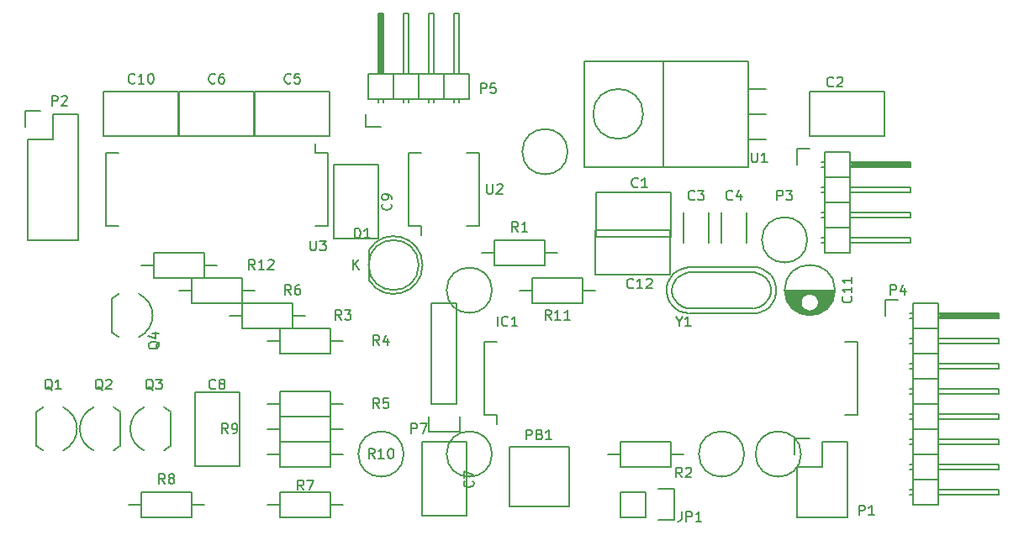
<source format=gbr>
G04 #@! TF.FileFunction,Legend,Top*
%FSLAX46Y46*%
G04 Gerber Fmt 4.6, Leading zero omitted, Abs format (unit mm)*
G04 Created by KiCad (PCBNEW 4.0.2-stable) date 04.05.2016 19:31:06*
%MOMM*%
G01*
G04 APERTURE LIST*
%ADD10C,0.100000*%
%ADD11C,0.150000*%
G04 APERTURE END LIST*
D10*
D11*
X151100000Y-51790000D02*
X151100000Y-53340000D01*
X152400000Y-51790000D02*
X151100000Y-51790000D01*
X156591000Y-53213000D02*
X162433000Y-53213000D01*
X162433000Y-53213000D02*
X162433000Y-53467000D01*
X162433000Y-53467000D02*
X156591000Y-53467000D01*
X156591000Y-53467000D02*
X156591000Y-53340000D01*
X156591000Y-53340000D02*
X162433000Y-53340000D01*
X153924000Y-70866000D02*
X153543000Y-70866000D01*
X153924000Y-71374000D02*
X153543000Y-71374000D01*
X153924000Y-53086000D02*
X153543000Y-53086000D01*
X153924000Y-53594000D02*
X153543000Y-53594000D01*
X153924000Y-55626000D02*
X153543000Y-55626000D01*
X153924000Y-56134000D02*
X153543000Y-56134000D01*
X153924000Y-58166000D02*
X153543000Y-58166000D01*
X153924000Y-58674000D02*
X153543000Y-58674000D01*
X153924000Y-68834000D02*
X153543000Y-68834000D01*
X153924000Y-68326000D02*
X153543000Y-68326000D01*
X153924000Y-66294000D02*
X153543000Y-66294000D01*
X153924000Y-65786000D02*
X153543000Y-65786000D01*
X153924000Y-63754000D02*
X153543000Y-63754000D01*
X153924000Y-63246000D02*
X153543000Y-63246000D01*
X153924000Y-61214000D02*
X153543000Y-61214000D01*
X153924000Y-60706000D02*
X153543000Y-60706000D01*
X153924000Y-67310000D02*
X156464000Y-67310000D01*
X153924000Y-67310000D02*
X153924000Y-69850000D01*
X153924000Y-69850000D02*
X156464000Y-69850000D01*
X156464000Y-68326000D02*
X162560000Y-68326000D01*
X162560000Y-68326000D02*
X162560000Y-68834000D01*
X162560000Y-68834000D02*
X156464000Y-68834000D01*
X156464000Y-69850000D02*
X156464000Y-67310000D01*
X156464000Y-72390000D02*
X156464000Y-69850000D01*
X162560000Y-71374000D02*
X156464000Y-71374000D01*
X162560000Y-70866000D02*
X162560000Y-71374000D01*
X156464000Y-70866000D02*
X162560000Y-70866000D01*
X153924000Y-69850000D02*
X153924000Y-72390000D01*
X153924000Y-69850000D02*
X156464000Y-69850000D01*
X153924000Y-72390000D02*
X156464000Y-72390000D01*
X153924000Y-52070000D02*
X156464000Y-52070000D01*
X153924000Y-54610000D02*
X156464000Y-54610000D01*
X153924000Y-54610000D02*
X153924000Y-57150000D01*
X153924000Y-57150000D02*
X156464000Y-57150000D01*
X156464000Y-55626000D02*
X162560000Y-55626000D01*
X162560000Y-55626000D02*
X162560000Y-56134000D01*
X162560000Y-56134000D02*
X156464000Y-56134000D01*
X156464000Y-57150000D02*
X156464000Y-54610000D01*
X156464000Y-54610000D02*
X156464000Y-52070000D01*
X162560000Y-53594000D02*
X156464000Y-53594000D01*
X162560000Y-53086000D02*
X162560000Y-53594000D01*
X156464000Y-53086000D02*
X162560000Y-53086000D01*
X153924000Y-54610000D02*
X156464000Y-54610000D01*
X153924000Y-52070000D02*
X153924000Y-54610000D01*
X153924000Y-62230000D02*
X156464000Y-62230000D01*
X153924000Y-62230000D02*
X153924000Y-64770000D01*
X153924000Y-64770000D02*
X156464000Y-64770000D01*
X156464000Y-63246000D02*
X162560000Y-63246000D01*
X162560000Y-63246000D02*
X162560000Y-63754000D01*
X162560000Y-63754000D02*
X156464000Y-63754000D01*
X156464000Y-64770000D02*
X156464000Y-62230000D01*
X156464000Y-67310000D02*
X156464000Y-64770000D01*
X162560000Y-66294000D02*
X156464000Y-66294000D01*
X162560000Y-65786000D02*
X162560000Y-66294000D01*
X156464000Y-65786000D02*
X162560000Y-65786000D01*
X153924000Y-67310000D02*
X156464000Y-67310000D01*
X153924000Y-64770000D02*
X153924000Y-67310000D01*
X153924000Y-64770000D02*
X156464000Y-64770000D01*
X153924000Y-59690000D02*
X156464000Y-59690000D01*
X153924000Y-59690000D02*
X153924000Y-62230000D01*
X153924000Y-62230000D02*
X156464000Y-62230000D01*
X156464000Y-60706000D02*
X162560000Y-60706000D01*
X162560000Y-60706000D02*
X162560000Y-61214000D01*
X162560000Y-61214000D02*
X156464000Y-61214000D01*
X156464000Y-62230000D02*
X156464000Y-59690000D01*
X156464000Y-59690000D02*
X156464000Y-57150000D01*
X162560000Y-58674000D02*
X156464000Y-58674000D01*
X162560000Y-58166000D02*
X162560000Y-58674000D01*
X156464000Y-58166000D02*
X162560000Y-58166000D01*
X153924000Y-59690000D02*
X156464000Y-59690000D01*
X153924000Y-57150000D02*
X153924000Y-59690000D01*
X153924000Y-57150000D02*
X156464000Y-57150000D01*
X81280000Y-49530000D02*
X86360000Y-49530000D01*
X86360000Y-49530000D02*
X86360000Y-52070000D01*
X86360000Y-52070000D02*
X81280000Y-52070000D01*
X81280000Y-52070000D02*
X81280000Y-49530000D01*
X81280000Y-50800000D02*
X80010000Y-50800000D01*
X86360000Y-50800000D02*
X87630000Y-50800000D01*
X111506000Y-50800000D02*
G75*
G03X111506000Y-50800000I-2286000J0D01*
G01*
X129540000Y-68580000D02*
X124460000Y-68580000D01*
X124460000Y-68580000D02*
X124460000Y-66040000D01*
X124460000Y-66040000D02*
X129540000Y-66040000D01*
X129540000Y-66040000D02*
X129540000Y-68580000D01*
X129540000Y-67310000D02*
X130810000Y-67310000D01*
X124460000Y-67310000D02*
X123190000Y-67310000D01*
X146009000Y-50855000D02*
X141011000Y-50855000D01*
X146001000Y-50995000D02*
X141019000Y-50995000D01*
X145985000Y-51135000D02*
X143605000Y-51135000D01*
X143415000Y-51135000D02*
X141035000Y-51135000D01*
X145961000Y-51275000D02*
X144000000Y-51275000D01*
X143020000Y-51275000D02*
X141059000Y-51275000D01*
X145928000Y-51415000D02*
X144167000Y-51415000D01*
X142853000Y-51415000D02*
X141092000Y-51415000D01*
X145887000Y-51555000D02*
X144274000Y-51555000D01*
X142746000Y-51555000D02*
X141133000Y-51555000D01*
X145837000Y-51695000D02*
X144345000Y-51695000D01*
X142675000Y-51695000D02*
X141183000Y-51695000D01*
X145776000Y-51835000D02*
X144389000Y-51835000D01*
X142631000Y-51835000D02*
X141244000Y-51835000D01*
X145706000Y-51975000D02*
X144408000Y-51975000D01*
X142612000Y-51975000D02*
X141314000Y-51975000D01*
X145624000Y-52115000D02*
X144406000Y-52115000D01*
X142614000Y-52115000D02*
X141396000Y-52115000D01*
X145529000Y-52255000D02*
X144381000Y-52255000D01*
X142639000Y-52255000D02*
X141491000Y-52255000D01*
X145418000Y-52395000D02*
X144333000Y-52395000D01*
X142687000Y-52395000D02*
X141602000Y-52395000D01*
X145290000Y-52535000D02*
X144255000Y-52535000D01*
X142765000Y-52535000D02*
X141730000Y-52535000D01*
X145141000Y-52675000D02*
X144138000Y-52675000D01*
X142882000Y-52675000D02*
X141879000Y-52675000D01*
X144962000Y-52815000D02*
X143950000Y-52815000D01*
X143070000Y-52815000D02*
X142058000Y-52815000D01*
X144743000Y-52955000D02*
X142277000Y-52955000D01*
X144454000Y-53095000D02*
X142566000Y-53095000D01*
X143982000Y-53235000D02*
X143038000Y-53235000D01*
X144410000Y-52030000D02*
G75*
G03X144410000Y-52030000I-900000J0D01*
G01*
X146047500Y-50780000D02*
G75*
G03X146047500Y-50780000I-2537500J0D01*
G01*
X99115112Y-49784904D02*
G75*
G03X99100000Y-46760000I2484888J1524904D01*
G01*
X99100000Y-49760000D02*
X99100000Y-46760000D01*
X104117936Y-48260000D02*
G75*
G03X104117936Y-48260000I-2517936J0D01*
G01*
X136906000Y-67310000D02*
G75*
G03X136906000Y-67310000I-2286000J0D01*
G01*
X143256000Y-45720000D02*
G75*
G03X143256000Y-45720000I-2286000J0D01*
G01*
X102616000Y-67310000D02*
G75*
G03X102616000Y-67310000I-2286000J0D01*
G01*
X142621000Y-67310000D02*
G75*
G03X142621000Y-67310000I-2286000J0D01*
G01*
X129921000Y-51800760D02*
X129720340Y-51399440D01*
X129720340Y-51399440D02*
X129618740Y-50800000D01*
X129618740Y-50800000D02*
X129720340Y-50299620D01*
X129720340Y-50299620D02*
X130119120Y-49601120D01*
X130119120Y-49601120D02*
X130721100Y-49199800D01*
X130721100Y-49199800D02*
X131320540Y-48999140D01*
X131320540Y-48999140D02*
X137919460Y-48999140D01*
X137919460Y-48999140D02*
X138620500Y-49199800D01*
X138620500Y-49199800D02*
X139019280Y-49499520D01*
X139019280Y-49499520D02*
X139420600Y-49999900D01*
X139420600Y-49999900D02*
X139621260Y-50599340D01*
X139621260Y-50599340D02*
X139621260Y-51099720D01*
X139621260Y-51099720D02*
X139420600Y-51600100D01*
X139420600Y-51600100D02*
X138920220Y-52199540D01*
X138920220Y-52199540D02*
X138419840Y-52499260D01*
X138419840Y-52499260D02*
X137919460Y-52600860D01*
X137820400Y-52600860D02*
X131218940Y-52600860D01*
X131218940Y-52600860D02*
X130820160Y-52499260D01*
X130820160Y-52499260D02*
X130319780Y-52199540D01*
X130319780Y-52199540D02*
X129819400Y-51699160D01*
X137810240Y-53129180D02*
X138269980Y-53080920D01*
X138269980Y-53080920D02*
X138668760Y-52969160D01*
X138668760Y-52969160D02*
X139100560Y-52750720D01*
X139100560Y-52750720D02*
X139390120Y-52519580D01*
X139390120Y-52519580D02*
X139720320Y-52169060D01*
X139720320Y-52169060D02*
X140009880Y-51630580D01*
X140009880Y-51630580D02*
X140139420Y-51031140D01*
X140139420Y-51031140D02*
X140139420Y-50520600D01*
X140139420Y-50520600D02*
X139969240Y-49819560D01*
X139969240Y-49819560D02*
X139570460Y-49230280D01*
X139570460Y-49230280D02*
X139110720Y-48859440D01*
X139110720Y-48859440D02*
X138689080Y-48651160D01*
X138689080Y-48651160D02*
X138239500Y-48491140D01*
X138239500Y-48491140D02*
X137800080Y-48460660D01*
X130459480Y-48679100D02*
X130081020Y-48900080D01*
X130081020Y-48900080D02*
X129760980Y-49179480D01*
X129760980Y-49179480D02*
X129509520Y-49509680D01*
X129509520Y-49509680D02*
X129209800Y-50060860D01*
X129209800Y-50060860D02*
X129100580Y-50530760D01*
X129100580Y-50530760D02*
X129080260Y-50990500D01*
X129080260Y-50990500D02*
X129169160Y-51450240D01*
X129169160Y-51450240D02*
X129359660Y-51899820D01*
X129359660Y-51899820D02*
X129720340Y-52369720D01*
X129720340Y-52369720D02*
X130070860Y-52689760D01*
X130070860Y-52689760D02*
X130459480Y-52920900D01*
X130459480Y-52920900D02*
X130888740Y-53060600D01*
X130888740Y-53060600D02*
X131330700Y-53129180D01*
X137820400Y-48470820D02*
X131368800Y-48470820D01*
X131368800Y-48470820D02*
X130949700Y-48508920D01*
X130949700Y-48508920D02*
X130459480Y-48679100D01*
X137820400Y-53129180D02*
X131368800Y-53129180D01*
X110735000Y-63365000D02*
X112005000Y-63365000D01*
X110735000Y-56015000D02*
X112005000Y-56015000D01*
X148345000Y-56015000D02*
X147075000Y-56015000D01*
X148345000Y-63365000D02*
X147075000Y-63365000D01*
X110735000Y-63365000D02*
X110735000Y-56015000D01*
X148345000Y-63365000D02*
X148345000Y-56015000D01*
X112005000Y-63365000D02*
X112005000Y-64300000D01*
X126720472Y-33020000D02*
G75*
G03X126720472Y-33020000I-2514472J0D01*
G01*
X137287000Y-35560000D02*
X139065000Y-35560000D01*
X137287000Y-33020000D02*
X139065000Y-33020000D01*
X137287000Y-30480000D02*
X139065000Y-30480000D01*
X128778000Y-27686000D02*
X120777000Y-27686000D01*
X120777000Y-27686000D02*
X120777000Y-38354000D01*
X120777000Y-38354000D02*
X128778000Y-38354000D01*
X137287000Y-27686000D02*
X128778000Y-27686000D01*
X128778000Y-27686000D02*
X128778000Y-38354000D01*
X128778000Y-38354000D02*
X137287000Y-38354000D01*
X137287000Y-33020000D02*
X137287000Y-38354000D01*
X137287000Y-33020000D02*
X137287000Y-27686000D01*
X134640000Y-45970000D02*
X134640000Y-42970000D01*
X137140000Y-42970000D02*
X137140000Y-45970000D01*
X129520000Y-45430000D02*
X122020000Y-45430000D01*
X122020000Y-45430000D02*
X122020000Y-40930000D01*
X122020000Y-40930000D02*
X129520000Y-40930000D01*
X129520000Y-40930000D02*
X129520000Y-45430000D01*
X143530000Y-30770000D02*
X151030000Y-30770000D01*
X151030000Y-30770000D02*
X151030000Y-35270000D01*
X151030000Y-35270000D02*
X143530000Y-35270000D01*
X143530000Y-35270000D02*
X143530000Y-30770000D01*
X130830000Y-45970000D02*
X130830000Y-42970000D01*
X133330000Y-42970000D02*
X133330000Y-45970000D01*
X87650000Y-30770000D02*
X95150000Y-30770000D01*
X95150000Y-30770000D02*
X95150000Y-35270000D01*
X95150000Y-35270000D02*
X87650000Y-35270000D01*
X87650000Y-35270000D02*
X87650000Y-30770000D01*
X80030000Y-30770000D02*
X87530000Y-30770000D01*
X87530000Y-30770000D02*
X87530000Y-35270000D01*
X87530000Y-35270000D02*
X80030000Y-35270000D01*
X80030000Y-35270000D02*
X80030000Y-30770000D01*
X108930000Y-66060000D02*
X108930000Y-73560000D01*
X108930000Y-73560000D02*
X104430000Y-73560000D01*
X104430000Y-73560000D02*
X104430000Y-66060000D01*
X104430000Y-66060000D02*
X108930000Y-66060000D01*
X81570000Y-68560000D02*
X81570000Y-61060000D01*
X81570000Y-61060000D02*
X86070000Y-61060000D01*
X86070000Y-61060000D02*
X86070000Y-68560000D01*
X86070000Y-68560000D02*
X81570000Y-68560000D01*
X100040000Y-38120000D02*
X100040000Y-45620000D01*
X100040000Y-45620000D02*
X95540000Y-45620000D01*
X95540000Y-45620000D02*
X95540000Y-38120000D01*
X95540000Y-38120000D02*
X100040000Y-38120000D01*
X72410000Y-30770000D02*
X79910000Y-30770000D01*
X79910000Y-30770000D02*
X79910000Y-35270000D01*
X79910000Y-35270000D02*
X72410000Y-35270000D01*
X72410000Y-35270000D02*
X72410000Y-30770000D01*
X111760000Y-45720000D02*
X116840000Y-45720000D01*
X116840000Y-45720000D02*
X116840000Y-48260000D01*
X116840000Y-48260000D02*
X111760000Y-48260000D01*
X111760000Y-48260000D02*
X111760000Y-45720000D01*
X111760000Y-46990000D02*
X110490000Y-46990000D01*
X116840000Y-46990000D02*
X118110000Y-46990000D01*
X86360000Y-52070000D02*
X91440000Y-52070000D01*
X91440000Y-52070000D02*
X91440000Y-54610000D01*
X91440000Y-54610000D02*
X86360000Y-54610000D01*
X86360000Y-54610000D02*
X86360000Y-52070000D01*
X86360000Y-53340000D02*
X85090000Y-53340000D01*
X91440000Y-53340000D02*
X92710000Y-53340000D01*
X90170000Y-54610000D02*
X95250000Y-54610000D01*
X95250000Y-54610000D02*
X95250000Y-57150000D01*
X95250000Y-57150000D02*
X90170000Y-57150000D01*
X90170000Y-57150000D02*
X90170000Y-54610000D01*
X90170000Y-55880000D02*
X88900000Y-55880000D01*
X95250000Y-55880000D02*
X96520000Y-55880000D01*
X95250000Y-63500000D02*
X90170000Y-63500000D01*
X90170000Y-63500000D02*
X90170000Y-60960000D01*
X90170000Y-60960000D02*
X95250000Y-60960000D01*
X95250000Y-60960000D02*
X95250000Y-63500000D01*
X95250000Y-62230000D02*
X96520000Y-62230000D01*
X90170000Y-62230000D02*
X88900000Y-62230000D01*
X90170000Y-71120000D02*
X95250000Y-71120000D01*
X95250000Y-71120000D02*
X95250000Y-73660000D01*
X95250000Y-73660000D02*
X90170000Y-73660000D01*
X90170000Y-73660000D02*
X90170000Y-71120000D01*
X90170000Y-72390000D02*
X88900000Y-72390000D01*
X95250000Y-72390000D02*
X96520000Y-72390000D01*
X76200000Y-71120000D02*
X81280000Y-71120000D01*
X81280000Y-71120000D02*
X81280000Y-73660000D01*
X81280000Y-73660000D02*
X76200000Y-73660000D01*
X76200000Y-73660000D02*
X76200000Y-71120000D01*
X76200000Y-72390000D02*
X74930000Y-72390000D01*
X81280000Y-72390000D02*
X82550000Y-72390000D01*
X90170000Y-63500000D02*
X95250000Y-63500000D01*
X95250000Y-63500000D02*
X95250000Y-66040000D01*
X95250000Y-66040000D02*
X90170000Y-66040000D01*
X90170000Y-66040000D02*
X90170000Y-63500000D01*
X90170000Y-64770000D02*
X88900000Y-64770000D01*
X95250000Y-64770000D02*
X96520000Y-64770000D01*
X95250000Y-68580000D02*
X90170000Y-68580000D01*
X90170000Y-68580000D02*
X90170000Y-66040000D01*
X90170000Y-66040000D02*
X95250000Y-66040000D01*
X95250000Y-66040000D02*
X95250000Y-68580000D01*
X95250000Y-67310000D02*
X96520000Y-67310000D01*
X90170000Y-67310000D02*
X88900000Y-67310000D01*
X103115000Y-44315000D02*
X104385000Y-44315000D01*
X103115000Y-36965000D02*
X104385000Y-36965000D01*
X110245000Y-36965000D02*
X108975000Y-36965000D01*
X110245000Y-44315000D02*
X108975000Y-44315000D01*
X103115000Y-44315000D02*
X103115000Y-36965000D01*
X110245000Y-44315000D02*
X110245000Y-36965000D01*
X104385000Y-44315000D02*
X104385000Y-45250000D01*
X95005000Y-36965000D02*
X93735000Y-36965000D01*
X95005000Y-44315000D02*
X93735000Y-44315000D01*
X72635000Y-44315000D02*
X73905000Y-44315000D01*
X72635000Y-36965000D02*
X73905000Y-36965000D01*
X95005000Y-36965000D02*
X95005000Y-44315000D01*
X72635000Y-36965000D02*
X72635000Y-44315000D01*
X93735000Y-36965000D02*
X93735000Y-36030000D01*
X115570000Y-49530000D02*
X120650000Y-49530000D01*
X120650000Y-49530000D02*
X120650000Y-52070000D01*
X120650000Y-52070000D02*
X115570000Y-52070000D01*
X115570000Y-52070000D02*
X115570000Y-49530000D01*
X115570000Y-50800000D02*
X114300000Y-50800000D01*
X120650000Y-50800000D02*
X121920000Y-50800000D01*
X119126000Y-36830000D02*
G75*
G03X119126000Y-36830000I-2286000J0D01*
G01*
X111506000Y-67310000D02*
G75*
G03X111506000Y-67310000I-2286000J0D01*
G01*
X142210000Y-36550000D02*
X142210000Y-38100000D01*
X143510000Y-36550000D02*
X142210000Y-36550000D01*
X147701000Y-37973000D02*
X153543000Y-37973000D01*
X153543000Y-37973000D02*
X153543000Y-38227000D01*
X153543000Y-38227000D02*
X147701000Y-38227000D01*
X147701000Y-38227000D02*
X147701000Y-38100000D01*
X147701000Y-38100000D02*
X153543000Y-38100000D01*
X145034000Y-37846000D02*
X144653000Y-37846000D01*
X145034000Y-38354000D02*
X144653000Y-38354000D01*
X145034000Y-40386000D02*
X144653000Y-40386000D01*
X145034000Y-40894000D02*
X144653000Y-40894000D01*
X145034000Y-42926000D02*
X144653000Y-42926000D01*
X145034000Y-43434000D02*
X144653000Y-43434000D01*
X145034000Y-45974000D02*
X144653000Y-45974000D01*
X145034000Y-45466000D02*
X144653000Y-45466000D01*
X145034000Y-36830000D02*
X147574000Y-36830000D01*
X145034000Y-39370000D02*
X147574000Y-39370000D01*
X145034000Y-39370000D02*
X145034000Y-41910000D01*
X145034000Y-41910000D02*
X147574000Y-41910000D01*
X147574000Y-40386000D02*
X153670000Y-40386000D01*
X153670000Y-40386000D02*
X153670000Y-40894000D01*
X153670000Y-40894000D02*
X147574000Y-40894000D01*
X147574000Y-41910000D02*
X147574000Y-39370000D01*
X147574000Y-39370000D02*
X147574000Y-36830000D01*
X153670000Y-38354000D02*
X147574000Y-38354000D01*
X153670000Y-37846000D02*
X153670000Y-38354000D01*
X147574000Y-37846000D02*
X153670000Y-37846000D01*
X145034000Y-39370000D02*
X147574000Y-39370000D01*
X145034000Y-36830000D02*
X145034000Y-39370000D01*
X145034000Y-44450000D02*
X147574000Y-44450000D01*
X145034000Y-44450000D02*
X145034000Y-46990000D01*
X145034000Y-46990000D02*
X147574000Y-46990000D01*
X147574000Y-45466000D02*
X153670000Y-45466000D01*
X153670000Y-45466000D02*
X153670000Y-45974000D01*
X153670000Y-45974000D02*
X147574000Y-45974000D01*
X147574000Y-46990000D02*
X147574000Y-44450000D01*
X147574000Y-44450000D02*
X147574000Y-41910000D01*
X153670000Y-43434000D02*
X147574000Y-43434000D01*
X153670000Y-42926000D02*
X153670000Y-43434000D01*
X147574000Y-42926000D02*
X153670000Y-42926000D01*
X145034000Y-44450000D02*
X147574000Y-44450000D01*
X145034000Y-41910000D02*
X145034000Y-44450000D01*
X145034000Y-41910000D02*
X147574000Y-41910000D01*
X142240000Y-68580000D02*
X142240000Y-73660000D01*
X141960000Y-65760000D02*
X143510000Y-65760000D01*
X144780000Y-66040000D02*
X144780000Y-68580000D01*
X144780000Y-68580000D02*
X142240000Y-68580000D01*
X142240000Y-73660000D02*
X147320000Y-73660000D01*
X147320000Y-73660000D02*
X147320000Y-68580000D01*
X141960000Y-65760000D02*
X141960000Y-67310000D01*
X147320000Y-66040000D02*
X144780000Y-66040000D01*
X147320000Y-68580000D02*
X147320000Y-66040000D01*
X127000000Y-73660000D02*
X124460000Y-73660000D01*
X129820000Y-73940000D02*
X128270000Y-73940000D01*
X127000000Y-73660000D02*
X127000000Y-71120000D01*
X128270000Y-70840000D02*
X129820000Y-70840000D01*
X129820000Y-70840000D02*
X129820000Y-73940000D01*
X127000000Y-71120000D02*
X124460000Y-71120000D01*
X124460000Y-71120000D02*
X124460000Y-73660000D01*
X108230000Y-63500000D02*
X108230000Y-65050000D01*
X108230000Y-65050000D02*
X105130000Y-65050000D01*
X105130000Y-65050000D02*
X105130000Y-63500000D01*
X105410000Y-62230000D02*
X105410000Y-52070000D01*
X105410000Y-52070000D02*
X107950000Y-52070000D01*
X107950000Y-52070000D02*
X107950000Y-62230000D01*
X105410000Y-62230000D02*
X107950000Y-62230000D01*
X69850000Y-33020000D02*
X69850000Y-45720000D01*
X69850000Y-45720000D02*
X64770000Y-45720000D01*
X64770000Y-45720000D02*
X64770000Y-35560000D01*
X69850000Y-33020000D02*
X67310000Y-33020000D01*
X66040000Y-32740000D02*
X64490000Y-32740000D01*
X67310000Y-33020000D02*
X67310000Y-35560000D01*
X67310000Y-35560000D02*
X64770000Y-35560000D01*
X64490000Y-32740000D02*
X64490000Y-34290000D01*
X113280000Y-66560000D02*
X119280000Y-66560000D01*
X119280000Y-66560000D02*
X119280000Y-72560000D01*
X119280000Y-72560000D02*
X113280000Y-72560000D01*
X113280000Y-72560000D02*
X113280000Y-66560000D01*
X66313010Y-62582305D02*
G75*
G03X65610000Y-63070000I996990J-2187695D01*
G01*
X66313010Y-66957695D02*
G75*
G02X65610000Y-66470000I996990J2187695D01*
G01*
X65610000Y-63070000D02*
X65610000Y-66470000D01*
X68303127Y-62585121D02*
G75*
G02X69710000Y-64770000I-993127J-2184879D01*
G01*
X68303127Y-66954879D02*
G75*
G03X69710000Y-64770000I-993127J2184879D01*
G01*
X73386990Y-66957695D02*
G75*
G03X74090000Y-66470000I-996990J2187695D01*
G01*
X73386990Y-62582305D02*
G75*
G02X74090000Y-63070000I-996990J-2187695D01*
G01*
X74090000Y-66470000D02*
X74090000Y-63070000D01*
X71396873Y-66954879D02*
G75*
G02X69990000Y-64770000I993127J2184879D01*
G01*
X71396873Y-62585121D02*
G75*
G03X69990000Y-64770000I993127J-2184879D01*
G01*
X78466990Y-66957695D02*
G75*
G03X79170000Y-66470000I-996990J2187695D01*
G01*
X78466990Y-62582305D02*
G75*
G02X79170000Y-63070000I-996990J-2187695D01*
G01*
X79170000Y-66470000D02*
X79170000Y-63070000D01*
X76476873Y-66954879D02*
G75*
G02X75070000Y-64770000I993127J2184879D01*
G01*
X76476873Y-62585121D02*
G75*
G03X75070000Y-64770000I993127J-2184879D01*
G01*
X98780000Y-34320000D02*
X100330000Y-34320000D01*
X98780000Y-33020000D02*
X98780000Y-34320000D01*
X100203000Y-28829000D02*
X100203000Y-22987000D01*
X100203000Y-22987000D02*
X100457000Y-22987000D01*
X100457000Y-22987000D02*
X100457000Y-28829000D01*
X100457000Y-28829000D02*
X100330000Y-28829000D01*
X100330000Y-28829000D02*
X100330000Y-22987000D01*
X100076000Y-31496000D02*
X100076000Y-31877000D01*
X100584000Y-31496000D02*
X100584000Y-31877000D01*
X102616000Y-31496000D02*
X102616000Y-31877000D01*
X103124000Y-31496000D02*
X103124000Y-31877000D01*
X105156000Y-31496000D02*
X105156000Y-31877000D01*
X105664000Y-31496000D02*
X105664000Y-31877000D01*
X108204000Y-31496000D02*
X108204000Y-31877000D01*
X107696000Y-31496000D02*
X107696000Y-31877000D01*
X99060000Y-31496000D02*
X99060000Y-28956000D01*
X101600000Y-31496000D02*
X101600000Y-28956000D01*
X101600000Y-31496000D02*
X104140000Y-31496000D01*
X104140000Y-31496000D02*
X104140000Y-28956000D01*
X102616000Y-28956000D02*
X102616000Y-22860000D01*
X102616000Y-22860000D02*
X103124000Y-22860000D01*
X103124000Y-22860000D02*
X103124000Y-28956000D01*
X104140000Y-28956000D02*
X101600000Y-28956000D01*
X101600000Y-28956000D02*
X99060000Y-28956000D01*
X100584000Y-22860000D02*
X100584000Y-28956000D01*
X100076000Y-22860000D02*
X100584000Y-22860000D01*
X100076000Y-28956000D02*
X100076000Y-22860000D01*
X101600000Y-31496000D02*
X101600000Y-28956000D01*
X99060000Y-31496000D02*
X101600000Y-31496000D01*
X106680000Y-31496000D02*
X106680000Y-28956000D01*
X106680000Y-31496000D02*
X109220000Y-31496000D01*
X109220000Y-31496000D02*
X109220000Y-28956000D01*
X107696000Y-28956000D02*
X107696000Y-22860000D01*
X107696000Y-22860000D02*
X108204000Y-22860000D01*
X108204000Y-22860000D02*
X108204000Y-28956000D01*
X109220000Y-28956000D02*
X106680000Y-28956000D01*
X106680000Y-28956000D02*
X104140000Y-28956000D01*
X105664000Y-22860000D02*
X105664000Y-28956000D01*
X105156000Y-22860000D02*
X105664000Y-22860000D01*
X105156000Y-28956000D02*
X105156000Y-22860000D01*
X106680000Y-31496000D02*
X106680000Y-28956000D01*
X104140000Y-31496000D02*
X106680000Y-31496000D01*
X104140000Y-31496000D02*
X104140000Y-28956000D01*
X73933010Y-51152305D02*
G75*
G03X73230000Y-51640000I996990J-2187695D01*
G01*
X73933010Y-55527695D02*
G75*
G02X73230000Y-55040000I996990J2187695D01*
G01*
X73230000Y-51640000D02*
X73230000Y-55040000D01*
X75923127Y-51155121D02*
G75*
G02X77330000Y-53340000I-993127J-2184879D01*
G01*
X75923127Y-55524879D02*
G75*
G03X77330000Y-53340000I-993127J2184879D01*
G01*
X77470000Y-46990000D02*
X82550000Y-46990000D01*
X82550000Y-46990000D02*
X82550000Y-49530000D01*
X82550000Y-49530000D02*
X77470000Y-49530000D01*
X77470000Y-49530000D02*
X77470000Y-46990000D01*
X77470000Y-48260000D02*
X76200000Y-48260000D01*
X82550000Y-48260000D02*
X83820000Y-48260000D01*
X121940000Y-44740000D02*
X129440000Y-44740000D01*
X129440000Y-44740000D02*
X129440000Y-49240000D01*
X129440000Y-49240000D02*
X121940000Y-49240000D01*
X121940000Y-49240000D02*
X121940000Y-44740000D01*
X151661905Y-51252381D02*
X151661905Y-50252381D01*
X152042858Y-50252381D01*
X152138096Y-50300000D01*
X152185715Y-50347619D01*
X152233334Y-50442857D01*
X152233334Y-50585714D01*
X152185715Y-50680952D01*
X152138096Y-50728571D01*
X152042858Y-50776190D01*
X151661905Y-50776190D01*
X153090477Y-50585714D02*
X153090477Y-51252381D01*
X152852381Y-50204762D02*
X152614286Y-50919048D01*
X153233334Y-50919048D01*
X91273334Y-51252381D02*
X90940000Y-50776190D01*
X90701905Y-51252381D02*
X90701905Y-50252381D01*
X91082858Y-50252381D01*
X91178096Y-50300000D01*
X91225715Y-50347619D01*
X91273334Y-50442857D01*
X91273334Y-50585714D01*
X91225715Y-50680952D01*
X91178096Y-50728571D01*
X91082858Y-50776190D01*
X90701905Y-50776190D01*
X92130477Y-50252381D02*
X91940000Y-50252381D01*
X91844762Y-50300000D01*
X91797143Y-50347619D01*
X91701905Y-50490476D01*
X91654286Y-50680952D01*
X91654286Y-51061905D01*
X91701905Y-51157143D01*
X91749524Y-51204762D01*
X91844762Y-51252381D01*
X92035239Y-51252381D01*
X92130477Y-51204762D01*
X92178096Y-51157143D01*
X92225715Y-51061905D01*
X92225715Y-50823810D01*
X92178096Y-50728571D01*
X92130477Y-50680952D01*
X92035239Y-50633333D01*
X91844762Y-50633333D01*
X91749524Y-50680952D01*
X91701905Y-50728571D01*
X91654286Y-50823810D01*
X130643334Y-69667381D02*
X130310000Y-69191190D01*
X130071905Y-69667381D02*
X130071905Y-68667381D01*
X130452858Y-68667381D01*
X130548096Y-68715000D01*
X130595715Y-68762619D01*
X130643334Y-68857857D01*
X130643334Y-69000714D01*
X130595715Y-69095952D01*
X130548096Y-69143571D01*
X130452858Y-69191190D01*
X130071905Y-69191190D01*
X131024286Y-68762619D02*
X131071905Y-68715000D01*
X131167143Y-68667381D01*
X131405239Y-68667381D01*
X131500477Y-68715000D01*
X131548096Y-68762619D01*
X131595715Y-68857857D01*
X131595715Y-68953095D01*
X131548096Y-69095952D01*
X130976667Y-69667381D01*
X131595715Y-69667381D01*
X147667143Y-51422857D02*
X147714762Y-51470476D01*
X147762381Y-51613333D01*
X147762381Y-51708571D01*
X147714762Y-51851429D01*
X147619524Y-51946667D01*
X147524286Y-51994286D01*
X147333810Y-52041905D01*
X147190952Y-52041905D01*
X147000476Y-51994286D01*
X146905238Y-51946667D01*
X146810000Y-51851429D01*
X146762381Y-51708571D01*
X146762381Y-51613333D01*
X146810000Y-51470476D01*
X146857619Y-51422857D01*
X147762381Y-50470476D02*
X147762381Y-51041905D01*
X147762381Y-50756191D02*
X146762381Y-50756191D01*
X146905238Y-50851429D01*
X147000476Y-50946667D01*
X147048095Y-51041905D01*
X147762381Y-49518095D02*
X147762381Y-50089524D01*
X147762381Y-49803810D02*
X146762381Y-49803810D01*
X146905238Y-49899048D01*
X147000476Y-49994286D01*
X147048095Y-50089524D01*
X97686905Y-45537381D02*
X97686905Y-44537381D01*
X97925000Y-44537381D01*
X98067858Y-44585000D01*
X98163096Y-44680238D01*
X98210715Y-44775476D01*
X98258334Y-44965952D01*
X98258334Y-45108810D01*
X98210715Y-45299286D01*
X98163096Y-45394524D01*
X98067858Y-45489762D01*
X97925000Y-45537381D01*
X97686905Y-45537381D01*
X99210715Y-45537381D02*
X98639286Y-45537381D01*
X98925000Y-45537381D02*
X98925000Y-44537381D01*
X98829762Y-44680238D01*
X98734524Y-44775476D01*
X98639286Y-44823095D01*
X97528095Y-48712381D02*
X97528095Y-47712381D01*
X98099524Y-48712381D02*
X97670952Y-48140952D01*
X98099524Y-47712381D02*
X97528095Y-48283810D01*
X130333809Y-53951190D02*
X130333809Y-54427381D01*
X130000476Y-53427381D02*
X130333809Y-53951190D01*
X130667143Y-53427381D01*
X131524286Y-54427381D02*
X130952857Y-54427381D01*
X131238571Y-54427381D02*
X131238571Y-53427381D01*
X131143333Y-53570238D01*
X131048095Y-53665476D01*
X130952857Y-53713095D01*
X112053810Y-54427381D02*
X112053810Y-53427381D01*
X113101429Y-54332143D02*
X113053810Y-54379762D01*
X112910953Y-54427381D01*
X112815715Y-54427381D01*
X112672857Y-54379762D01*
X112577619Y-54284524D01*
X112530000Y-54189286D01*
X112482381Y-53998810D01*
X112482381Y-53855952D01*
X112530000Y-53665476D01*
X112577619Y-53570238D01*
X112672857Y-53475000D01*
X112815715Y-53427381D01*
X112910953Y-53427381D01*
X113053810Y-53475000D01*
X113101429Y-53522619D01*
X114053810Y-54427381D02*
X113482381Y-54427381D01*
X113768095Y-54427381D02*
X113768095Y-53427381D01*
X113672857Y-53570238D01*
X113577619Y-53665476D01*
X113482381Y-53713095D01*
X137668095Y-36917381D02*
X137668095Y-37726905D01*
X137715714Y-37822143D01*
X137763333Y-37869762D01*
X137858571Y-37917381D01*
X138049048Y-37917381D01*
X138144286Y-37869762D01*
X138191905Y-37822143D01*
X138239524Y-37726905D01*
X138239524Y-36917381D01*
X139239524Y-37917381D02*
X138668095Y-37917381D01*
X138953809Y-37917381D02*
X138953809Y-36917381D01*
X138858571Y-37060238D01*
X138763333Y-37155476D01*
X138668095Y-37203095D01*
X135723334Y-41632143D02*
X135675715Y-41679762D01*
X135532858Y-41727381D01*
X135437620Y-41727381D01*
X135294762Y-41679762D01*
X135199524Y-41584524D01*
X135151905Y-41489286D01*
X135104286Y-41298810D01*
X135104286Y-41155952D01*
X135151905Y-40965476D01*
X135199524Y-40870238D01*
X135294762Y-40775000D01*
X135437620Y-40727381D01*
X135532858Y-40727381D01*
X135675715Y-40775000D01*
X135723334Y-40822619D01*
X136580477Y-41060714D02*
X136580477Y-41727381D01*
X136342381Y-40679762D02*
X136104286Y-41394048D01*
X136723334Y-41394048D01*
X126198334Y-40362143D02*
X126150715Y-40409762D01*
X126007858Y-40457381D01*
X125912620Y-40457381D01*
X125769762Y-40409762D01*
X125674524Y-40314524D01*
X125626905Y-40219286D01*
X125579286Y-40028810D01*
X125579286Y-39885952D01*
X125626905Y-39695476D01*
X125674524Y-39600238D01*
X125769762Y-39505000D01*
X125912620Y-39457381D01*
X126007858Y-39457381D01*
X126150715Y-39505000D01*
X126198334Y-39552619D01*
X127150715Y-40457381D02*
X126579286Y-40457381D01*
X126865000Y-40457381D02*
X126865000Y-39457381D01*
X126769762Y-39600238D01*
X126674524Y-39695476D01*
X126579286Y-39743095D01*
X145883334Y-30202143D02*
X145835715Y-30249762D01*
X145692858Y-30297381D01*
X145597620Y-30297381D01*
X145454762Y-30249762D01*
X145359524Y-30154524D01*
X145311905Y-30059286D01*
X145264286Y-29868810D01*
X145264286Y-29725952D01*
X145311905Y-29535476D01*
X145359524Y-29440238D01*
X145454762Y-29345000D01*
X145597620Y-29297381D01*
X145692858Y-29297381D01*
X145835715Y-29345000D01*
X145883334Y-29392619D01*
X146264286Y-29392619D02*
X146311905Y-29345000D01*
X146407143Y-29297381D01*
X146645239Y-29297381D01*
X146740477Y-29345000D01*
X146788096Y-29392619D01*
X146835715Y-29487857D01*
X146835715Y-29583095D01*
X146788096Y-29725952D01*
X146216667Y-30297381D01*
X146835715Y-30297381D01*
X131913334Y-41632143D02*
X131865715Y-41679762D01*
X131722858Y-41727381D01*
X131627620Y-41727381D01*
X131484762Y-41679762D01*
X131389524Y-41584524D01*
X131341905Y-41489286D01*
X131294286Y-41298810D01*
X131294286Y-41155952D01*
X131341905Y-40965476D01*
X131389524Y-40870238D01*
X131484762Y-40775000D01*
X131627620Y-40727381D01*
X131722858Y-40727381D01*
X131865715Y-40775000D01*
X131913334Y-40822619D01*
X132246667Y-40727381D02*
X132865715Y-40727381D01*
X132532381Y-41108333D01*
X132675239Y-41108333D01*
X132770477Y-41155952D01*
X132818096Y-41203571D01*
X132865715Y-41298810D01*
X132865715Y-41536905D01*
X132818096Y-41632143D01*
X132770477Y-41679762D01*
X132675239Y-41727381D01*
X132389524Y-41727381D01*
X132294286Y-41679762D01*
X132246667Y-41632143D01*
X91233334Y-29877143D02*
X91185715Y-29924762D01*
X91042858Y-29972381D01*
X90947620Y-29972381D01*
X90804762Y-29924762D01*
X90709524Y-29829524D01*
X90661905Y-29734286D01*
X90614286Y-29543810D01*
X90614286Y-29400952D01*
X90661905Y-29210476D01*
X90709524Y-29115238D01*
X90804762Y-29020000D01*
X90947620Y-28972381D01*
X91042858Y-28972381D01*
X91185715Y-29020000D01*
X91233334Y-29067619D01*
X92138096Y-28972381D02*
X91661905Y-28972381D01*
X91614286Y-29448571D01*
X91661905Y-29400952D01*
X91757143Y-29353333D01*
X91995239Y-29353333D01*
X92090477Y-29400952D01*
X92138096Y-29448571D01*
X92185715Y-29543810D01*
X92185715Y-29781905D01*
X92138096Y-29877143D01*
X92090477Y-29924762D01*
X91995239Y-29972381D01*
X91757143Y-29972381D01*
X91661905Y-29924762D01*
X91614286Y-29877143D01*
X83613334Y-29877143D02*
X83565715Y-29924762D01*
X83422858Y-29972381D01*
X83327620Y-29972381D01*
X83184762Y-29924762D01*
X83089524Y-29829524D01*
X83041905Y-29734286D01*
X82994286Y-29543810D01*
X82994286Y-29400952D01*
X83041905Y-29210476D01*
X83089524Y-29115238D01*
X83184762Y-29020000D01*
X83327620Y-28972381D01*
X83422858Y-28972381D01*
X83565715Y-29020000D01*
X83613334Y-29067619D01*
X84470477Y-28972381D02*
X84280000Y-28972381D01*
X84184762Y-29020000D01*
X84137143Y-29067619D01*
X84041905Y-29210476D01*
X83994286Y-29400952D01*
X83994286Y-29781905D01*
X84041905Y-29877143D01*
X84089524Y-29924762D01*
X84184762Y-29972381D01*
X84375239Y-29972381D01*
X84470477Y-29924762D01*
X84518096Y-29877143D01*
X84565715Y-29781905D01*
X84565715Y-29543810D01*
X84518096Y-29448571D01*
X84470477Y-29400952D01*
X84375239Y-29353333D01*
X84184762Y-29353333D01*
X84089524Y-29400952D01*
X84041905Y-29448571D01*
X83994286Y-29543810D01*
X109577143Y-70016666D02*
X109624762Y-70064285D01*
X109672381Y-70207142D01*
X109672381Y-70302380D01*
X109624762Y-70445238D01*
X109529524Y-70540476D01*
X109434286Y-70588095D01*
X109243810Y-70635714D01*
X109100952Y-70635714D01*
X108910476Y-70588095D01*
X108815238Y-70540476D01*
X108720000Y-70445238D01*
X108672381Y-70302380D01*
X108672381Y-70207142D01*
X108720000Y-70064285D01*
X108767619Y-70016666D01*
X108672381Y-69683333D02*
X108672381Y-69016666D01*
X109672381Y-69445238D01*
X83653334Y-60682143D02*
X83605715Y-60729762D01*
X83462858Y-60777381D01*
X83367620Y-60777381D01*
X83224762Y-60729762D01*
X83129524Y-60634524D01*
X83081905Y-60539286D01*
X83034286Y-60348810D01*
X83034286Y-60205952D01*
X83081905Y-60015476D01*
X83129524Y-59920238D01*
X83224762Y-59825000D01*
X83367620Y-59777381D01*
X83462858Y-59777381D01*
X83605715Y-59825000D01*
X83653334Y-59872619D01*
X84224762Y-60205952D02*
X84129524Y-60158333D01*
X84081905Y-60110714D01*
X84034286Y-60015476D01*
X84034286Y-59967857D01*
X84081905Y-59872619D01*
X84129524Y-59825000D01*
X84224762Y-59777381D01*
X84415239Y-59777381D01*
X84510477Y-59825000D01*
X84558096Y-59872619D01*
X84605715Y-59967857D01*
X84605715Y-60015476D01*
X84558096Y-60110714D01*
X84510477Y-60158333D01*
X84415239Y-60205952D01*
X84224762Y-60205952D01*
X84129524Y-60253571D01*
X84081905Y-60301190D01*
X84034286Y-60396429D01*
X84034286Y-60586905D01*
X84081905Y-60682143D01*
X84129524Y-60729762D01*
X84224762Y-60777381D01*
X84415239Y-60777381D01*
X84510477Y-60729762D01*
X84558096Y-60682143D01*
X84605715Y-60586905D01*
X84605715Y-60396429D01*
X84558096Y-60301190D01*
X84510477Y-60253571D01*
X84415239Y-60205952D01*
X101322143Y-42076666D02*
X101369762Y-42124285D01*
X101417381Y-42267142D01*
X101417381Y-42362380D01*
X101369762Y-42505238D01*
X101274524Y-42600476D01*
X101179286Y-42648095D01*
X100988810Y-42695714D01*
X100845952Y-42695714D01*
X100655476Y-42648095D01*
X100560238Y-42600476D01*
X100465000Y-42505238D01*
X100417381Y-42362380D01*
X100417381Y-42267142D01*
X100465000Y-42124285D01*
X100512619Y-42076666D01*
X101417381Y-41600476D02*
X101417381Y-41410000D01*
X101369762Y-41314761D01*
X101322143Y-41267142D01*
X101179286Y-41171904D01*
X100988810Y-41124285D01*
X100607857Y-41124285D01*
X100512619Y-41171904D01*
X100465000Y-41219523D01*
X100417381Y-41314761D01*
X100417381Y-41505238D01*
X100465000Y-41600476D01*
X100512619Y-41648095D01*
X100607857Y-41695714D01*
X100845952Y-41695714D01*
X100941190Y-41648095D01*
X100988810Y-41600476D01*
X101036429Y-41505238D01*
X101036429Y-41314761D01*
X100988810Y-41219523D01*
X100941190Y-41171904D01*
X100845952Y-41124285D01*
X75517143Y-29877143D02*
X75469524Y-29924762D01*
X75326667Y-29972381D01*
X75231429Y-29972381D01*
X75088571Y-29924762D01*
X74993333Y-29829524D01*
X74945714Y-29734286D01*
X74898095Y-29543810D01*
X74898095Y-29400952D01*
X74945714Y-29210476D01*
X74993333Y-29115238D01*
X75088571Y-29020000D01*
X75231429Y-28972381D01*
X75326667Y-28972381D01*
X75469524Y-29020000D01*
X75517143Y-29067619D01*
X76469524Y-29972381D02*
X75898095Y-29972381D01*
X76183809Y-29972381D02*
X76183809Y-28972381D01*
X76088571Y-29115238D01*
X75993333Y-29210476D01*
X75898095Y-29258095D01*
X77088571Y-28972381D02*
X77183810Y-28972381D01*
X77279048Y-29020000D01*
X77326667Y-29067619D01*
X77374286Y-29162857D01*
X77421905Y-29353333D01*
X77421905Y-29591429D01*
X77374286Y-29781905D01*
X77326667Y-29877143D01*
X77279048Y-29924762D01*
X77183810Y-29972381D01*
X77088571Y-29972381D01*
X76993333Y-29924762D01*
X76945714Y-29877143D01*
X76898095Y-29781905D01*
X76850476Y-29591429D01*
X76850476Y-29353333D01*
X76898095Y-29162857D01*
X76945714Y-29067619D01*
X76993333Y-29020000D01*
X77088571Y-28972381D01*
X114133334Y-44902381D02*
X113800000Y-44426190D01*
X113561905Y-44902381D02*
X113561905Y-43902381D01*
X113942858Y-43902381D01*
X114038096Y-43950000D01*
X114085715Y-43997619D01*
X114133334Y-44092857D01*
X114133334Y-44235714D01*
X114085715Y-44330952D01*
X114038096Y-44378571D01*
X113942858Y-44426190D01*
X113561905Y-44426190D01*
X115085715Y-44902381D02*
X114514286Y-44902381D01*
X114800000Y-44902381D02*
X114800000Y-43902381D01*
X114704762Y-44045238D01*
X114609524Y-44140476D01*
X114514286Y-44188095D01*
X96353334Y-53792381D02*
X96020000Y-53316190D01*
X95781905Y-53792381D02*
X95781905Y-52792381D01*
X96162858Y-52792381D01*
X96258096Y-52840000D01*
X96305715Y-52887619D01*
X96353334Y-52982857D01*
X96353334Y-53125714D01*
X96305715Y-53220952D01*
X96258096Y-53268571D01*
X96162858Y-53316190D01*
X95781905Y-53316190D01*
X96686667Y-52792381D02*
X97305715Y-52792381D01*
X96972381Y-53173333D01*
X97115239Y-53173333D01*
X97210477Y-53220952D01*
X97258096Y-53268571D01*
X97305715Y-53363810D01*
X97305715Y-53601905D01*
X97258096Y-53697143D01*
X97210477Y-53744762D01*
X97115239Y-53792381D01*
X96829524Y-53792381D01*
X96734286Y-53744762D01*
X96686667Y-53697143D01*
X100163334Y-56332381D02*
X99830000Y-55856190D01*
X99591905Y-56332381D02*
X99591905Y-55332381D01*
X99972858Y-55332381D01*
X100068096Y-55380000D01*
X100115715Y-55427619D01*
X100163334Y-55522857D01*
X100163334Y-55665714D01*
X100115715Y-55760952D01*
X100068096Y-55808571D01*
X99972858Y-55856190D01*
X99591905Y-55856190D01*
X101020477Y-55665714D02*
X101020477Y-56332381D01*
X100782381Y-55284762D02*
X100544286Y-55999048D01*
X101163334Y-55999048D01*
X100163334Y-62682381D02*
X99830000Y-62206190D01*
X99591905Y-62682381D02*
X99591905Y-61682381D01*
X99972858Y-61682381D01*
X100068096Y-61730000D01*
X100115715Y-61777619D01*
X100163334Y-61872857D01*
X100163334Y-62015714D01*
X100115715Y-62110952D01*
X100068096Y-62158571D01*
X99972858Y-62206190D01*
X99591905Y-62206190D01*
X101068096Y-61682381D02*
X100591905Y-61682381D01*
X100544286Y-62158571D01*
X100591905Y-62110952D01*
X100687143Y-62063333D01*
X100925239Y-62063333D01*
X101020477Y-62110952D01*
X101068096Y-62158571D01*
X101115715Y-62253810D01*
X101115715Y-62491905D01*
X101068096Y-62587143D01*
X101020477Y-62634762D01*
X100925239Y-62682381D01*
X100687143Y-62682381D01*
X100591905Y-62634762D01*
X100544286Y-62587143D01*
X92543334Y-70937381D02*
X92210000Y-70461190D01*
X91971905Y-70937381D02*
X91971905Y-69937381D01*
X92352858Y-69937381D01*
X92448096Y-69985000D01*
X92495715Y-70032619D01*
X92543334Y-70127857D01*
X92543334Y-70270714D01*
X92495715Y-70365952D01*
X92448096Y-70413571D01*
X92352858Y-70461190D01*
X91971905Y-70461190D01*
X92876667Y-69937381D02*
X93543334Y-69937381D01*
X93114762Y-70937381D01*
X78573334Y-70302381D02*
X78240000Y-69826190D01*
X78001905Y-70302381D02*
X78001905Y-69302381D01*
X78382858Y-69302381D01*
X78478096Y-69350000D01*
X78525715Y-69397619D01*
X78573334Y-69492857D01*
X78573334Y-69635714D01*
X78525715Y-69730952D01*
X78478096Y-69778571D01*
X78382858Y-69826190D01*
X78001905Y-69826190D01*
X79144762Y-69730952D02*
X79049524Y-69683333D01*
X79001905Y-69635714D01*
X78954286Y-69540476D01*
X78954286Y-69492857D01*
X79001905Y-69397619D01*
X79049524Y-69350000D01*
X79144762Y-69302381D01*
X79335239Y-69302381D01*
X79430477Y-69350000D01*
X79478096Y-69397619D01*
X79525715Y-69492857D01*
X79525715Y-69540476D01*
X79478096Y-69635714D01*
X79430477Y-69683333D01*
X79335239Y-69730952D01*
X79144762Y-69730952D01*
X79049524Y-69778571D01*
X79001905Y-69826190D01*
X78954286Y-69921429D01*
X78954286Y-70111905D01*
X79001905Y-70207143D01*
X79049524Y-70254762D01*
X79144762Y-70302381D01*
X79335239Y-70302381D01*
X79430477Y-70254762D01*
X79478096Y-70207143D01*
X79525715Y-70111905D01*
X79525715Y-69921429D01*
X79478096Y-69826190D01*
X79430477Y-69778571D01*
X79335239Y-69730952D01*
X84923334Y-65222381D02*
X84590000Y-64746190D01*
X84351905Y-65222381D02*
X84351905Y-64222381D01*
X84732858Y-64222381D01*
X84828096Y-64270000D01*
X84875715Y-64317619D01*
X84923334Y-64412857D01*
X84923334Y-64555714D01*
X84875715Y-64650952D01*
X84828096Y-64698571D01*
X84732858Y-64746190D01*
X84351905Y-64746190D01*
X85399524Y-65222381D02*
X85590000Y-65222381D01*
X85685239Y-65174762D01*
X85732858Y-65127143D01*
X85828096Y-64984286D01*
X85875715Y-64793810D01*
X85875715Y-64412857D01*
X85828096Y-64317619D01*
X85780477Y-64270000D01*
X85685239Y-64222381D01*
X85494762Y-64222381D01*
X85399524Y-64270000D01*
X85351905Y-64317619D01*
X85304286Y-64412857D01*
X85304286Y-64650952D01*
X85351905Y-64746190D01*
X85399524Y-64793810D01*
X85494762Y-64841429D01*
X85685239Y-64841429D01*
X85780477Y-64793810D01*
X85828096Y-64746190D01*
X85875715Y-64650952D01*
X99687143Y-67762381D02*
X99353809Y-67286190D01*
X99115714Y-67762381D02*
X99115714Y-66762381D01*
X99496667Y-66762381D01*
X99591905Y-66810000D01*
X99639524Y-66857619D01*
X99687143Y-66952857D01*
X99687143Y-67095714D01*
X99639524Y-67190952D01*
X99591905Y-67238571D01*
X99496667Y-67286190D01*
X99115714Y-67286190D01*
X100639524Y-67762381D02*
X100068095Y-67762381D01*
X100353809Y-67762381D02*
X100353809Y-66762381D01*
X100258571Y-66905238D01*
X100163333Y-67000476D01*
X100068095Y-67048095D01*
X101258571Y-66762381D02*
X101353810Y-66762381D01*
X101449048Y-66810000D01*
X101496667Y-66857619D01*
X101544286Y-66952857D01*
X101591905Y-67143333D01*
X101591905Y-67381429D01*
X101544286Y-67571905D01*
X101496667Y-67667143D01*
X101449048Y-67714762D01*
X101353810Y-67762381D01*
X101258571Y-67762381D01*
X101163333Y-67714762D01*
X101115714Y-67667143D01*
X101068095Y-67571905D01*
X101020476Y-67381429D01*
X101020476Y-67143333D01*
X101068095Y-66952857D01*
X101115714Y-66857619D01*
X101163333Y-66810000D01*
X101258571Y-66762381D01*
X110998095Y-40092381D02*
X110998095Y-40901905D01*
X111045714Y-40997143D01*
X111093333Y-41044762D01*
X111188571Y-41092381D01*
X111379048Y-41092381D01*
X111474286Y-41044762D01*
X111521905Y-40997143D01*
X111569524Y-40901905D01*
X111569524Y-40092381D01*
X111998095Y-40187619D02*
X112045714Y-40140000D01*
X112140952Y-40092381D01*
X112379048Y-40092381D01*
X112474286Y-40140000D01*
X112521905Y-40187619D01*
X112569524Y-40282857D01*
X112569524Y-40378095D01*
X112521905Y-40520952D01*
X111950476Y-41092381D01*
X112569524Y-41092381D01*
X93218095Y-45807381D02*
X93218095Y-46616905D01*
X93265714Y-46712143D01*
X93313333Y-46759762D01*
X93408571Y-46807381D01*
X93599048Y-46807381D01*
X93694286Y-46759762D01*
X93741905Y-46712143D01*
X93789524Y-46616905D01*
X93789524Y-45807381D01*
X94170476Y-45807381D02*
X94789524Y-45807381D01*
X94456190Y-46188333D01*
X94599048Y-46188333D01*
X94694286Y-46235952D01*
X94741905Y-46283571D01*
X94789524Y-46378810D01*
X94789524Y-46616905D01*
X94741905Y-46712143D01*
X94694286Y-46759762D01*
X94599048Y-46807381D01*
X94313333Y-46807381D01*
X94218095Y-46759762D01*
X94170476Y-46712143D01*
X117467143Y-53792381D02*
X117133809Y-53316190D01*
X116895714Y-53792381D02*
X116895714Y-52792381D01*
X117276667Y-52792381D01*
X117371905Y-52840000D01*
X117419524Y-52887619D01*
X117467143Y-52982857D01*
X117467143Y-53125714D01*
X117419524Y-53220952D01*
X117371905Y-53268571D01*
X117276667Y-53316190D01*
X116895714Y-53316190D01*
X118419524Y-53792381D02*
X117848095Y-53792381D01*
X118133809Y-53792381D02*
X118133809Y-52792381D01*
X118038571Y-52935238D01*
X117943333Y-53030476D01*
X117848095Y-53078095D01*
X119371905Y-53792381D02*
X118800476Y-53792381D01*
X119086190Y-53792381D02*
X119086190Y-52792381D01*
X118990952Y-52935238D01*
X118895714Y-53030476D01*
X118800476Y-53078095D01*
X140231905Y-41727381D02*
X140231905Y-40727381D01*
X140612858Y-40727381D01*
X140708096Y-40775000D01*
X140755715Y-40822619D01*
X140803334Y-40917857D01*
X140803334Y-41060714D01*
X140755715Y-41155952D01*
X140708096Y-41203571D01*
X140612858Y-41251190D01*
X140231905Y-41251190D01*
X141136667Y-40727381D02*
X141755715Y-40727381D01*
X141422381Y-41108333D01*
X141565239Y-41108333D01*
X141660477Y-41155952D01*
X141708096Y-41203571D01*
X141755715Y-41298810D01*
X141755715Y-41536905D01*
X141708096Y-41632143D01*
X141660477Y-41679762D01*
X141565239Y-41727381D01*
X141279524Y-41727381D01*
X141184286Y-41679762D01*
X141136667Y-41632143D01*
X148486905Y-73477381D02*
X148486905Y-72477381D01*
X148867858Y-72477381D01*
X148963096Y-72525000D01*
X149010715Y-72572619D01*
X149058334Y-72667857D01*
X149058334Y-72810714D01*
X149010715Y-72905952D01*
X148963096Y-72953571D01*
X148867858Y-73001190D01*
X148486905Y-73001190D01*
X150010715Y-73477381D02*
X149439286Y-73477381D01*
X149725000Y-73477381D02*
X149725000Y-72477381D01*
X149629762Y-72620238D01*
X149534524Y-72715476D01*
X149439286Y-72763095D01*
X130611667Y-73112381D02*
X130611667Y-73826667D01*
X130564047Y-73969524D01*
X130468809Y-74064762D01*
X130325952Y-74112381D01*
X130230714Y-74112381D01*
X131087857Y-74112381D02*
X131087857Y-73112381D01*
X131468810Y-73112381D01*
X131564048Y-73160000D01*
X131611667Y-73207619D01*
X131659286Y-73302857D01*
X131659286Y-73445714D01*
X131611667Y-73540952D01*
X131564048Y-73588571D01*
X131468810Y-73636190D01*
X131087857Y-73636190D01*
X132611667Y-74112381D02*
X132040238Y-74112381D01*
X132325952Y-74112381D02*
X132325952Y-73112381D01*
X132230714Y-73255238D01*
X132135476Y-73350476D01*
X132040238Y-73398095D01*
X103401905Y-65222381D02*
X103401905Y-64222381D01*
X103782858Y-64222381D01*
X103878096Y-64270000D01*
X103925715Y-64317619D01*
X103973334Y-64412857D01*
X103973334Y-64555714D01*
X103925715Y-64650952D01*
X103878096Y-64698571D01*
X103782858Y-64746190D01*
X103401905Y-64746190D01*
X104306667Y-64222381D02*
X104973334Y-64222381D01*
X104544762Y-65222381D01*
X67206905Y-32202381D02*
X67206905Y-31202381D01*
X67587858Y-31202381D01*
X67683096Y-31250000D01*
X67730715Y-31297619D01*
X67778334Y-31392857D01*
X67778334Y-31535714D01*
X67730715Y-31630952D01*
X67683096Y-31678571D01*
X67587858Y-31726190D01*
X67206905Y-31726190D01*
X68159286Y-31297619D02*
X68206905Y-31250000D01*
X68302143Y-31202381D01*
X68540239Y-31202381D01*
X68635477Y-31250000D01*
X68683096Y-31297619D01*
X68730715Y-31392857D01*
X68730715Y-31488095D01*
X68683096Y-31630952D01*
X68111667Y-32202381D01*
X68730715Y-32202381D01*
X114966905Y-65857381D02*
X114966905Y-64857381D01*
X115347858Y-64857381D01*
X115443096Y-64905000D01*
X115490715Y-64952619D01*
X115538334Y-65047857D01*
X115538334Y-65190714D01*
X115490715Y-65285952D01*
X115443096Y-65333571D01*
X115347858Y-65381190D01*
X114966905Y-65381190D01*
X116300239Y-65333571D02*
X116443096Y-65381190D01*
X116490715Y-65428810D01*
X116538334Y-65524048D01*
X116538334Y-65666905D01*
X116490715Y-65762143D01*
X116443096Y-65809762D01*
X116347858Y-65857381D01*
X115966905Y-65857381D01*
X115966905Y-64857381D01*
X116300239Y-64857381D01*
X116395477Y-64905000D01*
X116443096Y-64952619D01*
X116490715Y-65047857D01*
X116490715Y-65143095D01*
X116443096Y-65238333D01*
X116395477Y-65285952D01*
X116300239Y-65333571D01*
X115966905Y-65333571D01*
X117490715Y-65857381D02*
X116919286Y-65857381D01*
X117205000Y-65857381D02*
X117205000Y-64857381D01*
X117109762Y-65000238D01*
X117014524Y-65095476D01*
X116919286Y-65143095D01*
X67214762Y-60872619D02*
X67119524Y-60825000D01*
X67024286Y-60729762D01*
X66881429Y-60586905D01*
X66786190Y-60539286D01*
X66690952Y-60539286D01*
X66738571Y-60777381D02*
X66643333Y-60729762D01*
X66548095Y-60634524D01*
X66500476Y-60444048D01*
X66500476Y-60110714D01*
X66548095Y-59920238D01*
X66643333Y-59825000D01*
X66738571Y-59777381D01*
X66929048Y-59777381D01*
X67024286Y-59825000D01*
X67119524Y-59920238D01*
X67167143Y-60110714D01*
X67167143Y-60444048D01*
X67119524Y-60634524D01*
X67024286Y-60729762D01*
X66929048Y-60777381D01*
X66738571Y-60777381D01*
X68119524Y-60777381D02*
X67548095Y-60777381D01*
X67833809Y-60777381D02*
X67833809Y-59777381D01*
X67738571Y-59920238D01*
X67643333Y-60015476D01*
X67548095Y-60063095D01*
X72294762Y-60872619D02*
X72199524Y-60825000D01*
X72104286Y-60729762D01*
X71961429Y-60586905D01*
X71866190Y-60539286D01*
X71770952Y-60539286D01*
X71818571Y-60777381D02*
X71723333Y-60729762D01*
X71628095Y-60634524D01*
X71580476Y-60444048D01*
X71580476Y-60110714D01*
X71628095Y-59920238D01*
X71723333Y-59825000D01*
X71818571Y-59777381D01*
X72009048Y-59777381D01*
X72104286Y-59825000D01*
X72199524Y-59920238D01*
X72247143Y-60110714D01*
X72247143Y-60444048D01*
X72199524Y-60634524D01*
X72104286Y-60729762D01*
X72009048Y-60777381D01*
X71818571Y-60777381D01*
X72628095Y-59872619D02*
X72675714Y-59825000D01*
X72770952Y-59777381D01*
X73009048Y-59777381D01*
X73104286Y-59825000D01*
X73151905Y-59872619D01*
X73199524Y-59967857D01*
X73199524Y-60063095D01*
X73151905Y-60205952D01*
X72580476Y-60777381D01*
X73199524Y-60777381D01*
X77374762Y-60872619D02*
X77279524Y-60825000D01*
X77184286Y-60729762D01*
X77041429Y-60586905D01*
X76946190Y-60539286D01*
X76850952Y-60539286D01*
X76898571Y-60777381D02*
X76803333Y-60729762D01*
X76708095Y-60634524D01*
X76660476Y-60444048D01*
X76660476Y-60110714D01*
X76708095Y-59920238D01*
X76803333Y-59825000D01*
X76898571Y-59777381D01*
X77089048Y-59777381D01*
X77184286Y-59825000D01*
X77279524Y-59920238D01*
X77327143Y-60110714D01*
X77327143Y-60444048D01*
X77279524Y-60634524D01*
X77184286Y-60729762D01*
X77089048Y-60777381D01*
X76898571Y-60777381D01*
X77660476Y-59777381D02*
X78279524Y-59777381D01*
X77946190Y-60158333D01*
X78089048Y-60158333D01*
X78184286Y-60205952D01*
X78231905Y-60253571D01*
X78279524Y-60348810D01*
X78279524Y-60586905D01*
X78231905Y-60682143D01*
X78184286Y-60729762D01*
X78089048Y-60777381D01*
X77803333Y-60777381D01*
X77708095Y-60729762D01*
X77660476Y-60682143D01*
X110386905Y-30932381D02*
X110386905Y-29932381D01*
X110767858Y-29932381D01*
X110863096Y-29980000D01*
X110910715Y-30027619D01*
X110958334Y-30122857D01*
X110958334Y-30265714D01*
X110910715Y-30360952D01*
X110863096Y-30408571D01*
X110767858Y-30456190D01*
X110386905Y-30456190D01*
X111863096Y-29932381D02*
X111386905Y-29932381D01*
X111339286Y-30408571D01*
X111386905Y-30360952D01*
X111482143Y-30313333D01*
X111720239Y-30313333D01*
X111815477Y-30360952D01*
X111863096Y-30408571D01*
X111910715Y-30503810D01*
X111910715Y-30741905D01*
X111863096Y-30837143D01*
X111815477Y-30884762D01*
X111720239Y-30932381D01*
X111482143Y-30932381D01*
X111386905Y-30884762D01*
X111339286Y-30837143D01*
X78017619Y-55975238D02*
X77970000Y-56070476D01*
X77874762Y-56165714D01*
X77731905Y-56308571D01*
X77684286Y-56403810D01*
X77684286Y-56499048D01*
X77922381Y-56451429D02*
X77874762Y-56546667D01*
X77779524Y-56641905D01*
X77589048Y-56689524D01*
X77255714Y-56689524D01*
X77065238Y-56641905D01*
X76970000Y-56546667D01*
X76922381Y-56451429D01*
X76922381Y-56260952D01*
X76970000Y-56165714D01*
X77065238Y-56070476D01*
X77255714Y-56022857D01*
X77589048Y-56022857D01*
X77779524Y-56070476D01*
X77874762Y-56165714D01*
X77922381Y-56260952D01*
X77922381Y-56451429D01*
X77255714Y-55165714D02*
X77922381Y-55165714D01*
X76874762Y-55403810D02*
X77589048Y-55641905D01*
X77589048Y-55022857D01*
X87622143Y-48712381D02*
X87288809Y-48236190D01*
X87050714Y-48712381D02*
X87050714Y-47712381D01*
X87431667Y-47712381D01*
X87526905Y-47760000D01*
X87574524Y-47807619D01*
X87622143Y-47902857D01*
X87622143Y-48045714D01*
X87574524Y-48140952D01*
X87526905Y-48188571D01*
X87431667Y-48236190D01*
X87050714Y-48236190D01*
X88574524Y-48712381D02*
X88003095Y-48712381D01*
X88288809Y-48712381D02*
X88288809Y-47712381D01*
X88193571Y-47855238D01*
X88098333Y-47950476D01*
X88003095Y-47998095D01*
X88955476Y-47807619D02*
X89003095Y-47760000D01*
X89098333Y-47712381D01*
X89336429Y-47712381D01*
X89431667Y-47760000D01*
X89479286Y-47807619D01*
X89526905Y-47902857D01*
X89526905Y-47998095D01*
X89479286Y-48140952D01*
X88907857Y-48712381D01*
X89526905Y-48712381D01*
X125722143Y-50522143D02*
X125674524Y-50569762D01*
X125531667Y-50617381D01*
X125436429Y-50617381D01*
X125293571Y-50569762D01*
X125198333Y-50474524D01*
X125150714Y-50379286D01*
X125103095Y-50188810D01*
X125103095Y-50045952D01*
X125150714Y-49855476D01*
X125198333Y-49760238D01*
X125293571Y-49665000D01*
X125436429Y-49617381D01*
X125531667Y-49617381D01*
X125674524Y-49665000D01*
X125722143Y-49712619D01*
X126674524Y-50617381D02*
X126103095Y-50617381D01*
X126388809Y-50617381D02*
X126388809Y-49617381D01*
X126293571Y-49760238D01*
X126198333Y-49855476D01*
X126103095Y-49903095D01*
X127055476Y-49712619D02*
X127103095Y-49665000D01*
X127198333Y-49617381D01*
X127436429Y-49617381D01*
X127531667Y-49665000D01*
X127579286Y-49712619D01*
X127626905Y-49807857D01*
X127626905Y-49903095D01*
X127579286Y-50045952D01*
X127007857Y-50617381D01*
X127626905Y-50617381D01*
M02*

</source>
